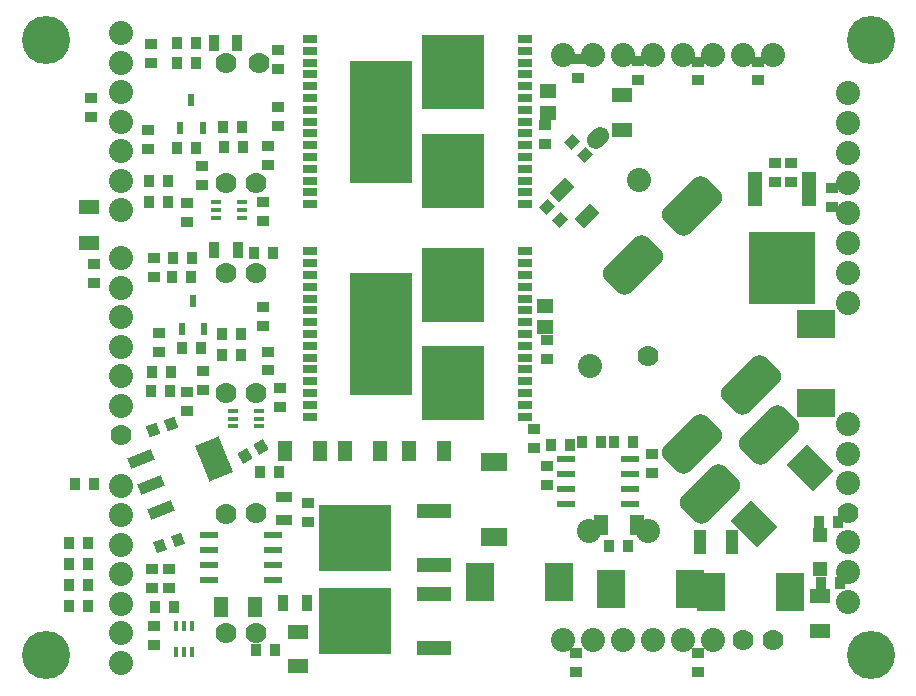
<source format=gbr>
%TF.GenerationSoftware,Altium Limited,Altium Designer,20.0.13 (296)*%
G04 Layer_Color=255*
%FSLAX45Y45*%
%MOMM*%
%TF.FileFunction,Pads,Top*%
%TF.Part,Single*%
G01*
G75*
%TA.AperFunction,SMDPad,CuDef*%
%ADD29R,0.90000X1.00000*%
%ADD30R,1.00000X0.90000*%
%ADD31R,0.95000X1.45000*%
%ADD32R,0.60000X1.00000*%
%ADD33R,0.95000X0.40000*%
%ADD34R,1.80000X1.15000*%
%ADD35R,1.00000X0.95000*%
G04:AMPARAMS|DCode=36|XSize=0.95mm|YSize=1mm|CornerRadius=0mm|HoleSize=0mm|Usage=FLASHONLY|Rotation=20.000|XOffset=0mm|YOffset=0mm|HoleType=Round|Shape=Rectangle|*
%AMROTATEDRECTD36*
4,1,4,-0.27534,-0.63231,-0.61736,0.30739,0.27534,0.63231,0.61736,-0.30739,-0.27534,-0.63231,0.0*
%
%ADD36ROTATEDRECTD36*%

G04:AMPARAMS|DCode=37|XSize=2.15mm|YSize=0.95mm|CornerRadius=0mm|HoleSize=0mm|Usage=FLASHONLY|Rotation=22.000|XOffset=0mm|YOffset=0mm|HoleType=Round|Shape=Rectangle|*
%AMROTATEDRECTD37*
4,1,4,-0.81879,-0.84311,-1.17466,0.03771,0.81879,0.84311,1.17466,-0.03771,-0.81879,-0.84311,0.0*
%
%ADD37ROTATEDRECTD37*%

G04:AMPARAMS|DCode=38|XSize=3.25mm|YSize=2.15mm|CornerRadius=0mm|HoleSize=0mm|Usage=FLASHONLY|Rotation=112.000|XOffset=0mm|YOffset=0mm|HoleType=Round|Shape=Rectangle|*
%AMROTATEDRECTD38*
4,1,4,1.60546,-1.10397,-0.38799,-1.90938,-1.60546,1.10397,0.38799,1.90938,1.60546,-1.10397,0.0*
%
%ADD38ROTATEDRECTD38*%

%ADD39R,1.30000X0.66500*%
%ADD40R,5.25000X6.23000*%
%ADD41R,5.25000X10.30000*%
%ADD42R,1.55000X0.60000*%
G04:AMPARAMS|DCode=43|XSize=0.9mm|YSize=1mm|CornerRadius=0mm|HoleSize=0mm|Usage=FLASHONLY|Rotation=20.000|XOffset=0mm|YOffset=0mm|HoleType=Round|Shape=Rectangle|*
%AMROTATEDRECTD43*
4,1,4,-0.25185,-0.62376,-0.59387,0.31594,0.25185,0.62376,0.59387,-0.31594,-0.25185,-0.62376,0.0*
%
%ADD43ROTATEDRECTD43*%

%ADD44R,0.40000X0.95000*%
%ADD45R,1.30000X1.80000*%
%ADD46R,0.95000X1.40000*%
%ADD47R,1.80000X1.30000*%
%ADD48R,0.95000X1.00000*%
G04:AMPARAMS|DCode=49|XSize=0.95mm|YSize=1mm|CornerRadius=0mm|HoleSize=0mm|Usage=FLASHONLY|Rotation=210.000|XOffset=0mm|YOffset=0mm|HoleType=Round|Shape=Rectangle|*
%AMROTATEDRECTD49*
4,1,4,0.16136,0.67051,0.66136,-0.19551,-0.16136,-0.67051,-0.66136,0.19551,0.16136,0.67051,0.0*
%
%ADD49ROTATEDRECTD49*%

%ADD50R,1.15000X1.80000*%
%ADD51R,1.40000X0.95000*%
%ADD52R,6.10000X5.55000*%
%ADD53R,2.85000X1.25000*%
%ADD54R,2.45000X3.20000*%
%ADD55R,2.20000X1.60000*%
%ADD56R,1.14000X2.03000*%
%ADD57R,1.20000X1.20000*%
%ADD58R,1.20000X1.20000*%
G04:AMPARAMS|DCode=59|XSize=3.2mm|YSize=2.45mm|CornerRadius=0mm|HoleSize=0mm|Usage=FLASHONLY|Rotation=315.000|XOffset=0mm|YOffset=0mm|HoleType=Round|Shape=Rectangle|*
%AMROTATEDRECTD59*
4,1,4,-1.99758,0.26517,-0.26517,1.99758,1.99758,-0.26517,0.26517,-1.99758,-1.99758,0.26517,0.0*
%
%ADD59ROTATEDRECTD59*%

%ADD60R,3.20000X2.45000*%
%ADD61R,1.25000X2.85000*%
%ADD62R,5.55000X6.10000*%
G04:AMPARAMS|DCode=63|XSize=0.95mm|YSize=1mm|CornerRadius=0mm|HoleSize=0mm|Usage=FLASHONLY|Rotation=135.000|XOffset=0mm|YOffset=0mm|HoleType=Round|Shape=Rectangle|*
%AMROTATEDRECTD63*
4,1,4,0.68943,0.01768,-0.01768,-0.68943,-0.68943,-0.01768,0.01768,0.68943,0.68943,0.01768,0.0*
%
%ADD63ROTATEDRECTD63*%

G04:AMPARAMS|DCode=64|XSize=1.15mm|YSize=1.8mm|CornerRadius=0mm|HoleSize=0mm|Usage=FLASHONLY|Rotation=135.000|XOffset=0mm|YOffset=0mm|HoleType=Round|Shape=Rectangle|*
%AMROTATEDRECTD64*
4,1,4,1.04298,0.22981,-0.22981,-1.04298,-1.04298,-0.22981,0.22981,1.04298,1.04298,0.22981,0.0*
%
%ADD64ROTATEDRECTD64*%

%ADD65R,1.45000X1.15000*%
%TA.AperFunction,ComponentPad*%
%ADD69C,2.03200*%
%ADD70C,1.77800*%
G04:AMPARAMS|DCode=71|XSize=1.524mm|YSize=2.032mm|CornerRadius=0mm|HoleSize=0mm|Usage=FLASHONLY|Rotation=135.000|XOffset=0mm|YOffset=0mm|HoleType=Round|Shape=Round|*
%AMOVALD71*
21,1,0.50800,1.52400,0.00000,0.00000,225.0*
1,1,1.52400,0.17961,0.17961*
1,1,1.52400,-0.17961,-0.17961*
%
%ADD71OVALD71*%

G04:AMPARAMS|DCode=72|XSize=5.08mm|YSize=3.048mm|CornerRadius=0.762mm|HoleSize=0mm|Usage=FLASHONLY|Rotation=45.000|XOffset=0mm|YOffset=0mm|HoleType=Round|Shape=RoundedRectangle|*
%AMROUNDEDRECTD72*
21,1,5.08000,1.52400,0,0,45.0*
21,1,3.55600,3.04800,0,0,45.0*
1,1,1.52400,1.79605,0.71842*
1,1,1.52400,-0.71842,-1.79605*
1,1,1.52400,-1.79605,-0.71842*
1,1,1.52400,0.71842,1.79605*
%
%ADD72ROUNDEDRECTD72*%
%TA.AperFunction,ViaPad*%
%ADD73C,4.06400*%
D29*
X5110500Y10833100D02*
D03*
X5270500D02*
D03*
X5110500Y10668000D02*
D03*
X5270500D02*
D03*
X5664200Y10121900D02*
D03*
X5504200D02*
D03*
X5668000Y9956800D02*
D03*
X5508000D02*
D03*
X5114300Y9944100D02*
D03*
X5274300D02*
D03*
X4873000Y9664700D02*
D03*
X5033000D02*
D03*
X5076200Y9017000D02*
D03*
X5236200D02*
D03*
X5761583Y9054572D02*
D03*
X5921584D02*
D03*
X4874980Y9486591D02*
D03*
X5034980D02*
D03*
X5072400Y8851900D02*
D03*
X5232400D02*
D03*
X5491500Y8369300D02*
D03*
X5651500D02*
D03*
X5655300Y8191500D02*
D03*
X5495300D02*
D03*
X5152400Y8255000D02*
D03*
X5312400D02*
D03*
X4898400Y8051800D02*
D03*
X5058400D02*
D03*
X4894600Y7886700D02*
D03*
X5054600D02*
D03*
X4923800Y6057900D02*
D03*
X5083800D02*
D03*
X5781317Y5698847D02*
D03*
X5941317D02*
D03*
X4199900Y6604000D02*
D03*
X4359900D02*
D03*
X4199900Y6248400D02*
D03*
X4359900D02*
D03*
X4199900Y6070600D02*
D03*
X4359900D02*
D03*
X5972800Y7200900D02*
D03*
X5812800D02*
D03*
X8276600Y7429500D02*
D03*
X8436600D02*
D03*
D30*
X4889500Y10828000D02*
D03*
Y10668000D02*
D03*
X5969000Y10613295D02*
D03*
Y10773295D02*
D03*
Y10130800D02*
D03*
Y10290800D02*
D03*
X5880100Y9804400D02*
D03*
Y9964400D02*
D03*
X4864100Y9940300D02*
D03*
Y10100300D02*
D03*
X5321300Y9635500D02*
D03*
Y9795500D02*
D03*
X5194300Y9318000D02*
D03*
Y9478000D02*
D03*
X5842000Y9330700D02*
D03*
Y9490700D02*
D03*
X4917400Y9014756D02*
D03*
Y8854756D02*
D03*
X4955500Y8219659D02*
D03*
Y8379659D02*
D03*
X5334000Y7899400D02*
D03*
Y8059400D02*
D03*
X5194300Y7717800D02*
D03*
Y7877800D02*
D03*
X5842000Y8437900D02*
D03*
Y8597900D02*
D03*
X5880100Y8064500D02*
D03*
Y8224500D02*
D03*
X5981700Y7755900D02*
D03*
Y7915900D02*
D03*
X5041900Y6219200D02*
D03*
Y6379200D02*
D03*
X4902200Y6219200D02*
D03*
Y6379200D02*
D03*
X4914900Y5896600D02*
D03*
Y5736600D02*
D03*
X6223000Y6778000D02*
D03*
Y6938000D02*
D03*
X8242300Y7095500D02*
D03*
Y7255500D02*
D03*
D31*
X5622125Y10833767D02*
D03*
X5422125D02*
D03*
X5624500Y9080500D02*
D03*
X5424500D02*
D03*
D32*
X5232400Y10351200D02*
D03*
X5327400Y10121200D02*
D03*
X5137400D02*
D03*
X5245100Y8649400D02*
D03*
X5340100Y8419400D02*
D03*
X5150100D02*
D03*
D33*
X5659900Y9488400D02*
D03*
Y9423400D02*
D03*
Y9358400D02*
D03*
X5439900D02*
D03*
Y9423400D02*
D03*
Y9488400D02*
D03*
X5808095Y7720927D02*
D03*
Y7655927D02*
D03*
Y7590926D02*
D03*
X5588095D02*
D03*
Y7655927D02*
D03*
Y7720927D02*
D03*
D34*
X4368800Y9446400D02*
D03*
Y9146400D02*
D03*
X8877300Y10398900D02*
D03*
Y10098900D02*
D03*
X10552903Y5857995D02*
D03*
Y6157995D02*
D03*
D35*
X4409700Y8963293D02*
D03*
Y8803293D02*
D03*
X8242300Y8162300D02*
D03*
Y8322300D02*
D03*
X9131300Y7357100D02*
D03*
Y7197100D02*
D03*
X8130700Y7565595D02*
D03*
Y7405595D02*
D03*
X10655300Y9445000D02*
D03*
Y9605000D02*
D03*
X10312400Y9660900D02*
D03*
Y9820900D02*
D03*
X10172700Y9660900D02*
D03*
Y9820900D02*
D03*
X8229600Y9978400D02*
D03*
Y10138400D02*
D03*
X9017000Y10524500D02*
D03*
Y10684500D02*
D03*
X8509000Y10537200D02*
D03*
Y10697200D02*
D03*
X8491954Y5668500D02*
D03*
Y5508500D02*
D03*
X9525000Y5668000D02*
D03*
Y5508000D02*
D03*
Y10679184D02*
D03*
Y10519184D02*
D03*
X10027364Y10679423D02*
D03*
Y10519423D02*
D03*
X4381500Y10367000D02*
D03*
Y10207000D02*
D03*
D36*
X4908164Y7559556D02*
D03*
X5058515Y7614279D02*
D03*
D37*
X4802390Y7311783D02*
D03*
X4888550Y7098530D02*
D03*
X4974709Y6885278D02*
D03*
D38*
X5426316Y7315801D02*
D03*
D39*
X6235700Y10871200D02*
D03*
Y10771200D02*
D03*
Y10671200D02*
D03*
Y10571200D02*
D03*
Y10471200D02*
D03*
Y10371200D02*
D03*
Y10271200D02*
D03*
Y10171200D02*
D03*
Y10071200D02*
D03*
Y9971200D02*
D03*
Y9871200D02*
D03*
Y9771200D02*
D03*
Y9671200D02*
D03*
Y9571200D02*
D03*
Y9471200D02*
D03*
X8055700D02*
D03*
Y9571200D02*
D03*
Y9671200D02*
D03*
Y9771200D02*
D03*
Y9871200D02*
D03*
Y9971200D02*
D03*
Y10071200D02*
D03*
Y10171200D02*
D03*
Y10271200D02*
D03*
Y10371200D02*
D03*
Y10471200D02*
D03*
Y10571200D02*
D03*
Y10671200D02*
D03*
Y10771200D02*
D03*
Y10871200D02*
D03*
X6235700Y9073295D02*
D03*
Y8973295D02*
D03*
Y8873295D02*
D03*
Y8773295D02*
D03*
Y8673295D02*
D03*
Y8573295D02*
D03*
Y8473295D02*
D03*
Y8373295D02*
D03*
Y8273295D02*
D03*
Y8173295D02*
D03*
Y8073295D02*
D03*
Y7973295D02*
D03*
Y7873295D02*
D03*
Y7773295D02*
D03*
Y7673295D02*
D03*
X8055700D02*
D03*
Y7773295D02*
D03*
Y7873295D02*
D03*
Y7973295D02*
D03*
Y8073295D02*
D03*
Y8173295D02*
D03*
Y8273295D02*
D03*
Y8373295D02*
D03*
Y8473295D02*
D03*
Y8573295D02*
D03*
Y8673295D02*
D03*
Y8773295D02*
D03*
Y8873295D02*
D03*
Y8973295D02*
D03*
Y9073295D02*
D03*
D40*
X7450700Y10587700D02*
D03*
Y9754700D02*
D03*
Y8789795D02*
D03*
Y7956795D02*
D03*
D41*
X6840700Y10171200D02*
D03*
Y8373295D02*
D03*
D42*
X5921500Y6286500D02*
D03*
Y6413500D02*
D03*
Y6540500D02*
D03*
Y6667500D02*
D03*
X5381500Y6286500D02*
D03*
Y6413500D02*
D03*
Y6540500D02*
D03*
Y6667500D02*
D03*
X8404900Y7315200D02*
D03*
Y7188200D02*
D03*
Y7061200D02*
D03*
Y6934200D02*
D03*
X8944900Y7315200D02*
D03*
Y7188200D02*
D03*
Y7061200D02*
D03*
Y6934200D02*
D03*
D43*
X4966724Y6576638D02*
D03*
X5117076Y6631362D02*
D03*
D44*
X5233900Y5681200D02*
D03*
X5168900D02*
D03*
X5103900D02*
D03*
Y5901200D02*
D03*
X5168900D02*
D03*
X5233900D02*
D03*
D45*
X5481100Y6057900D02*
D03*
X5771100D02*
D03*
D46*
X6208700Y6096000D02*
D03*
X6008700D02*
D03*
D47*
X6134100Y5562600D02*
D03*
Y5852600D02*
D03*
D48*
X4410700Y7099300D02*
D03*
X4250700D02*
D03*
X4199900Y6426200D02*
D03*
X4359900D02*
D03*
X8703300Y7454900D02*
D03*
X8543300D02*
D03*
X8810000D02*
D03*
X8970000D02*
D03*
X8931900Y6580600D02*
D03*
X8771900D02*
D03*
X10722600Y6261100D02*
D03*
X10562600D02*
D03*
X10709900Y6781800D02*
D03*
X10549900D02*
D03*
D49*
X5822382Y7418700D02*
D03*
X5683818Y7338700D02*
D03*
D50*
X7373900Y7378700D02*
D03*
X7073900D02*
D03*
X6830200D02*
D03*
X6530200D02*
D03*
X6322200D02*
D03*
X6022200D02*
D03*
X8701900Y6757307D02*
D03*
X9001900D02*
D03*
D51*
X6019800Y6994500D02*
D03*
Y6794500D02*
D03*
D52*
X6620700Y6642100D02*
D03*
Y5943600D02*
D03*
D53*
X7285700Y6870100D02*
D03*
Y6414100D02*
D03*
Y5715600D02*
D03*
Y6171600D02*
D03*
D54*
X8343900Y6273800D02*
D03*
X7673900D02*
D03*
X9453600Y6210300D02*
D03*
X8783600D02*
D03*
X9634500Y6184900D02*
D03*
X10304500D02*
D03*
D55*
X7797800Y6652300D02*
D03*
Y7292300D02*
D03*
D56*
X9540081Y6608470D02*
D03*
X9807081D02*
D03*
D57*
X10553700Y6384800D02*
D03*
D58*
Y6670800D02*
D03*
D59*
X9999319Y6760819D02*
D03*
X10473081Y7234581D02*
D03*
D60*
X10522047Y8456746D02*
D03*
Y7786746D02*
D03*
D61*
X10464200Y9597100D02*
D03*
X10008200Y9597100D02*
D03*
D62*
X10236200Y8932100D02*
D03*
D63*
X8242300Y9448800D02*
D03*
X8355437Y9335663D02*
D03*
X8565569Y9887531D02*
D03*
X8452431Y10000669D02*
D03*
D64*
X8580588Y9376050D02*
D03*
X8368455Y9588182D02*
D03*
D65*
X8255000Y10427800D02*
D03*
Y10247800D02*
D03*
X8224585Y8609606D02*
D03*
Y8429605D02*
D03*
D69*
X8605894Y8102778D02*
D03*
X10795000Y6107995D02*
D03*
Y6357995D02*
D03*
Y6607995D02*
D03*
Y7107996D02*
D03*
Y7357996D02*
D03*
Y7607996D02*
D03*
X9024957Y9674703D02*
D03*
X4635500Y7088001D02*
D03*
Y6838001D02*
D03*
Y6588001D02*
D03*
Y6338000D02*
D03*
Y6088000D02*
D03*
Y5838000D02*
D03*
Y5588000D02*
D03*
Y9013800D02*
D03*
Y8763800D02*
D03*
Y8513800D02*
D03*
Y8263800D02*
D03*
Y8013799D02*
D03*
Y7763799D02*
D03*
Y10918800D02*
D03*
Y10668800D02*
D03*
Y10418800D02*
D03*
Y10168800D02*
D03*
Y9918799D02*
D03*
Y9668799D02*
D03*
Y9418799D02*
D03*
X9101900Y6705600D02*
D03*
X8601900D02*
D03*
X8382000Y10731500D02*
D03*
X8636000D02*
D03*
X8890000D02*
D03*
X9144000D02*
D03*
X9398000D02*
D03*
X9652000D02*
D03*
X9906000D02*
D03*
X10160000D02*
D03*
X9652000Y5778500D02*
D03*
X9398000D02*
D03*
X9144000D02*
D03*
X8890000D02*
D03*
X8636000D02*
D03*
X8382000D02*
D03*
X10795000Y10414000D02*
D03*
Y10160000D02*
D03*
Y9906000D02*
D03*
Y9652000D02*
D03*
Y9398000D02*
D03*
Y9144000D02*
D03*
Y8890000D02*
D03*
Y8636000D02*
D03*
D70*
X9098298Y8189602D02*
D03*
X10795000Y6857996D02*
D03*
X4635500Y7513799D02*
D03*
X5778500Y7870095D02*
D03*
X5524500D02*
D03*
Y6850380D02*
D03*
X5778500Y6858000D02*
D03*
Y9648095D02*
D03*
X5524500D02*
D03*
Y10664095D02*
D03*
X5803900D02*
D03*
X5524500Y8886095D02*
D03*
X5778500D02*
D03*
X5524500Y5842000D02*
D03*
X5778500D02*
D03*
X10160000Y5778500D02*
D03*
X9906000D02*
D03*
D71*
X8671403Y10028257D02*
D03*
D72*
X9625789Y7021689D02*
D03*
X10120764Y7516663D02*
D03*
X8975253Y8960013D02*
D03*
X9470227Y9454987D02*
D03*
X9473391Y7443991D02*
D03*
X9968365Y7938966D02*
D03*
D73*
X10985500Y5651500D02*
D03*
Y10858500D02*
D03*
X4000500D02*
D03*
Y5651500D02*
D03*
%TF.MD5,35fe9ad3cac73c65506924fb6131f5b2*%
M02*

</source>
